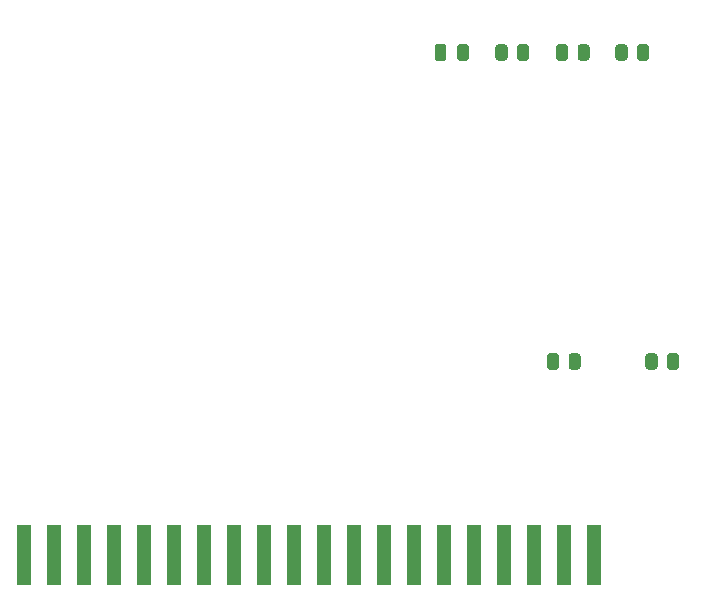
<source format=gbr>
G04 #@! TF.GenerationSoftware,KiCad,Pcbnew,(5.1.9-0-10_14)*
G04 #@! TF.CreationDate,2021-04-09T13:00:34-05:00*
G04 #@! TF.ProjectId,CPU Card,43505520-4361-4726-942e-6b696361645f,v1.0*
G04 #@! TF.SameCoordinates,Original*
G04 #@! TF.FileFunction,Paste,Top*
G04 #@! TF.FilePolarity,Positive*
%FSLAX46Y46*%
G04 Gerber Fmt 4.6, Leading zero omitted, Abs format (unit mm)*
G04 Created by KiCad (PCBNEW (5.1.9-0-10_14)) date 2021-04-09 13:00:34*
%MOMM*%
%LPD*%
G01*
G04 APERTURE LIST*
%ADD10R,1.270000X5.080000*%
G04 APERTURE END LIST*
G36*
G01*
X152895000Y-86901000D02*
X152895000Y-87851000D01*
G75*
G02*
X152645000Y-88101000I-250000J0D01*
G01*
X152145000Y-88101000D01*
G75*
G02*
X151895000Y-87851000I0J250000D01*
G01*
X151895000Y-86901000D01*
G75*
G02*
X152145000Y-86651000I250000J0D01*
G01*
X152645000Y-86651000D01*
G75*
G02*
X152895000Y-86901000I0J-250000D01*
G01*
G37*
G36*
G01*
X150995000Y-86901000D02*
X150995000Y-87851000D01*
G75*
G02*
X150745000Y-88101000I-250000J0D01*
G01*
X150245000Y-88101000D01*
G75*
G02*
X149995000Y-87851000I0J250000D01*
G01*
X149995000Y-86901000D01*
G75*
G02*
X150245000Y-86651000I250000J0D01*
G01*
X150745000Y-86651000D01*
G75*
G02*
X150995000Y-86901000I0J-250000D01*
G01*
G37*
D10*
X115250000Y-129900000D03*
X117790000Y-129900000D03*
X120330000Y-129900000D03*
X122870000Y-129900000D03*
X125410000Y-129900000D03*
X127950000Y-129900000D03*
X130490000Y-129900000D03*
X133030000Y-129900000D03*
X135570000Y-129900000D03*
X138110000Y-129900000D03*
X140650000Y-129900000D03*
X143190000Y-129900000D03*
X145730000Y-129900000D03*
X148270000Y-129900000D03*
X150810000Y-129900000D03*
X153350000Y-129900000D03*
X155890000Y-129900000D03*
X158430000Y-129900000D03*
X160970000Y-129900000D03*
X163510000Y-129900000D03*
G36*
G01*
X170692500Y-113087999D02*
X170692500Y-113988001D01*
G75*
G02*
X170442501Y-114238000I-249999J0D01*
G01*
X169917499Y-114238000D01*
G75*
G02*
X169667500Y-113988001I0J249999D01*
G01*
X169667500Y-113087999D01*
G75*
G02*
X169917499Y-112838000I249999J0D01*
G01*
X170442501Y-112838000D01*
G75*
G02*
X170692500Y-113087999I0J-249999D01*
G01*
G37*
G36*
G01*
X168867500Y-113087999D02*
X168867500Y-113988001D01*
G75*
G02*
X168617501Y-114238000I-249999J0D01*
G01*
X168092499Y-114238000D01*
G75*
G02*
X167842500Y-113988001I0J249999D01*
G01*
X167842500Y-113087999D01*
G75*
G02*
X168092499Y-112838000I249999J0D01*
G01*
X168617501Y-112838000D01*
G75*
G02*
X168867500Y-113087999I0J-249999D01*
G01*
G37*
G36*
G01*
X166327500Y-86925999D02*
X166327500Y-87826001D01*
G75*
G02*
X166077501Y-88076000I-249999J0D01*
G01*
X165552499Y-88076000D01*
G75*
G02*
X165302500Y-87826001I0J249999D01*
G01*
X165302500Y-86925999D01*
G75*
G02*
X165552499Y-86676000I249999J0D01*
G01*
X166077501Y-86676000D01*
G75*
G02*
X166327500Y-86925999I0J-249999D01*
G01*
G37*
G36*
G01*
X168152500Y-86925999D02*
X168152500Y-87826001D01*
G75*
G02*
X167902501Y-88076000I-249999J0D01*
G01*
X167377499Y-88076000D01*
G75*
G02*
X167127500Y-87826001I0J249999D01*
G01*
X167127500Y-86925999D01*
G75*
G02*
X167377499Y-86676000I249999J0D01*
G01*
X167902501Y-86676000D01*
G75*
G02*
X168152500Y-86925999I0J-249999D01*
G01*
G37*
G36*
G01*
X163119500Y-86925999D02*
X163119500Y-87826001D01*
G75*
G02*
X162869501Y-88076000I-249999J0D01*
G01*
X162344499Y-88076000D01*
G75*
G02*
X162094500Y-87826001I0J249999D01*
G01*
X162094500Y-86925999D01*
G75*
G02*
X162344499Y-86676000I249999J0D01*
G01*
X162869501Y-86676000D01*
G75*
G02*
X163119500Y-86925999I0J-249999D01*
G01*
G37*
G36*
G01*
X161294500Y-86925999D02*
X161294500Y-87826001D01*
G75*
G02*
X161044501Y-88076000I-249999J0D01*
G01*
X160519499Y-88076000D01*
G75*
G02*
X160269500Y-87826001I0J249999D01*
G01*
X160269500Y-86925999D01*
G75*
G02*
X160519499Y-86676000I249999J0D01*
G01*
X161044501Y-86676000D01*
G75*
G02*
X161294500Y-86925999I0J-249999D01*
G01*
G37*
G36*
G01*
X156167500Y-86925999D02*
X156167500Y-87826001D01*
G75*
G02*
X155917501Y-88076000I-249999J0D01*
G01*
X155392499Y-88076000D01*
G75*
G02*
X155142500Y-87826001I0J249999D01*
G01*
X155142500Y-86925999D01*
G75*
G02*
X155392499Y-86676000I249999J0D01*
G01*
X155917501Y-86676000D01*
G75*
G02*
X156167500Y-86925999I0J-249999D01*
G01*
G37*
G36*
G01*
X157992500Y-86925999D02*
X157992500Y-87826001D01*
G75*
G02*
X157742501Y-88076000I-249999J0D01*
G01*
X157217499Y-88076000D01*
G75*
G02*
X156967500Y-87826001I0J249999D01*
G01*
X156967500Y-86925999D01*
G75*
G02*
X157217499Y-86676000I249999J0D01*
G01*
X157742501Y-86676000D01*
G75*
G02*
X157992500Y-86925999I0J-249999D01*
G01*
G37*
G36*
G01*
X159507500Y-113988001D02*
X159507500Y-113087999D01*
G75*
G02*
X159757499Y-112838000I249999J0D01*
G01*
X160282501Y-112838000D01*
G75*
G02*
X160532500Y-113087999I0J-249999D01*
G01*
X160532500Y-113988001D01*
G75*
G02*
X160282501Y-114238000I-249999J0D01*
G01*
X159757499Y-114238000D01*
G75*
G02*
X159507500Y-113988001I0J249999D01*
G01*
G37*
G36*
G01*
X161332500Y-113988001D02*
X161332500Y-113087999D01*
G75*
G02*
X161582499Y-112838000I249999J0D01*
G01*
X162107501Y-112838000D01*
G75*
G02*
X162357500Y-113087999I0J-249999D01*
G01*
X162357500Y-113988001D01*
G75*
G02*
X162107501Y-114238000I-249999J0D01*
G01*
X161582499Y-114238000D01*
G75*
G02*
X161332500Y-113988001I0J249999D01*
G01*
G37*
M02*

</source>
